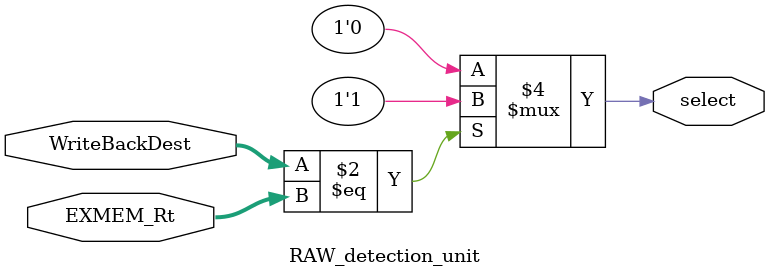
<source format=v>
`timescale 1ns / 1ps


module RAW_detection_unit(
    input [4:0] WriteBackDest,
    input [4:0] EXMEM_Rt,
    output reg select
    );
    
    always @(*) begin
    select = 1'b0;
    if (WriteBackDest == EXMEM_Rt)
        select = 1'b1;
    end
endmodule

</source>
